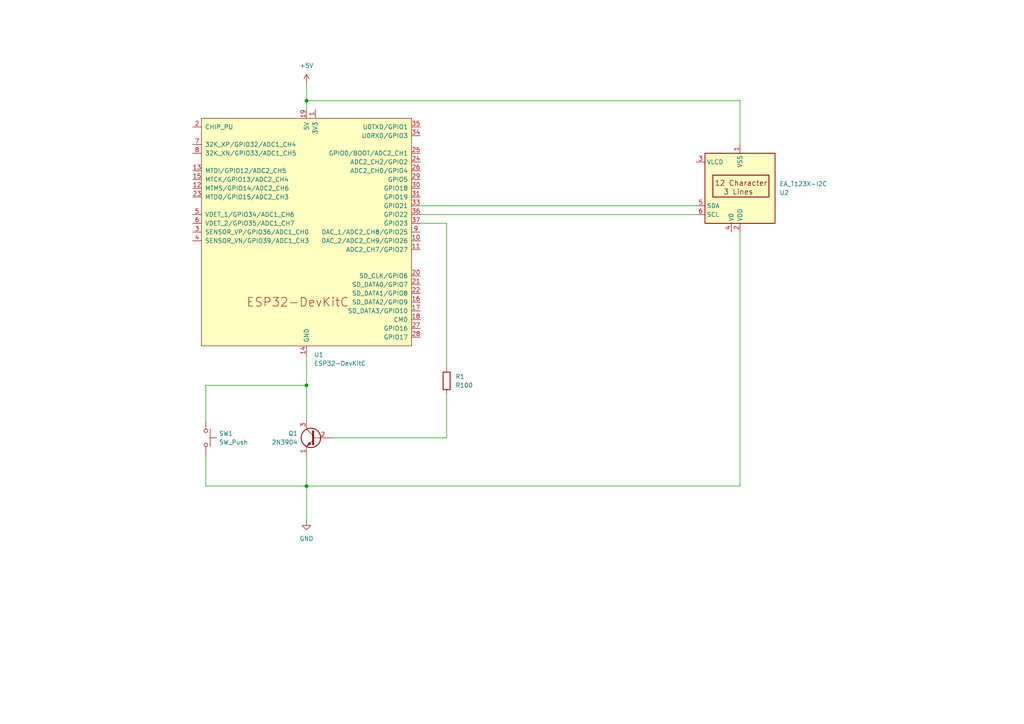
<source format=kicad_sch>
(kicad_sch (version 20230121) (generator eeschema)

  (uuid 92bbbe7a-be6f-48f4-89cc-8fd426219c16)

  (paper "A4")

  (title_block
    (title "WLTime PCB")
  )

  (lib_symbols
    (symbol "Device:R" (pin_numbers hide) (pin_names (offset 0)) (in_bom yes) (on_board yes)
      (property "Reference" "R" (at 2.032 0 90)
        (effects (font (size 1.27 1.27)))
      )
      (property "Value" "R" (at 0 0 90)
        (effects (font (size 1.27 1.27)))
      )
      (property "Footprint" "" (at -1.778 0 90)
        (effects (font (size 1.27 1.27)) hide)
      )
      (property "Datasheet" "~" (at 0 0 0)
        (effects (font (size 1.27 1.27)) hide)
      )
      (property "ki_keywords" "R res resistor" (at 0 0 0)
        (effects (font (size 1.27 1.27)) hide)
      )
      (property "ki_description" "Resistor" (at 0 0 0)
        (effects (font (size 1.27 1.27)) hide)
      )
      (property "ki_fp_filters" "R_*" (at 0 0 0)
        (effects (font (size 1.27 1.27)) hide)
      )
      (symbol "R_0_1"
        (rectangle (start -1.016 -2.54) (end 1.016 2.54)
          (stroke (width 0.254) (type default))
          (fill (type none))
        )
      )
      (symbol "R_1_1"
        (pin passive line (at 0 3.81 270) (length 1.27)
          (name "~" (effects (font (size 1.27 1.27))))
          (number "1" (effects (font (size 1.27 1.27))))
        )
        (pin passive line (at 0 -3.81 90) (length 1.27)
          (name "~" (effects (font (size 1.27 1.27))))
          (number "2" (effects (font (size 1.27 1.27))))
        )
      )
    )
    (symbol "Display_Character:EA_T123X-I2C" (in_bom yes) (on_board yes)
      (property "Reference" "U" (at -8.89 11.43 0)
        (effects (font (size 1.27 1.27)))
      )
      (property "Value" "EA_T123X-I2C" (at 3.556 11.684 0)
        (effects (font (size 1.27 1.27)) (justify left))
      )
      (property "Footprint" "Display:EA_T123X-I2C" (at 0 -15.24 0)
        (effects (font (size 1.27 1.27)) hide)
      )
      (property "Datasheet" "http://www.lcd-module.de/pdf/doma/t123-i2c.pdf" (at 0 -12.7 0)
        (effects (font (size 1.27 1.27)) hide)
      )
      (property "ki_keywords" "display LCD 7-segment" (at 0 0 0)
        (effects (font (size 1.27 1.27)) hide)
      )
      (property "ki_description" "3 Lines, 12 character alpha numeric LCD, transreflective STN and FSTN Gray, I2C, single or dual power" (at 0 0 0)
        (effects (font (size 1.27 1.27)) hide)
      )
      (property "ki_fp_filters" "EA?T123X?I2C*" (at 0 0 0)
        (effects (font (size 1.27 1.27)) hide)
      )
      (symbol "EA_T123X-I2C_0_0"
        (rectangle (start -7.874 2.54) (end 8.382 -3.81)
          (stroke (width 0.254) (type default))
          (fill (type none))
        )
        (text "12 Character" (at -7.366 -1.524 0)
          (effects (font (size 1.524 1.524)) (justify left))
        )
        (text "3 Lines" (at -4.826 1.016 0)
          (effects (font (size 1.524 1.524)) (justify left))
        )
      )
      (symbol "EA_T123X-I2C_0_1"
        (rectangle (start -10.16 10.16) (end 10.16 -10.16)
          (stroke (width 0.254) (type default))
          (fill (type background))
        )
      )
      (symbol "EA_T123X-I2C_1_1"
        (pin power_in line (at 0 -12.7 90) (length 2.54)
          (name "VSS" (effects (font (size 1.27 1.27))))
          (number "1" (effects (font (size 1.27 1.27))))
        )
        (pin power_in line (at 0 12.7 270) (length 2.54)
          (name "VDD" (effects (font (size 1.27 1.27))))
          (number "2" (effects (font (size 1.27 1.27))))
        )
        (pin input line (at -12.7 -7.62 0) (length 2.54)
          (name "VLCD" (effects (font (size 1.27 1.27))))
          (number "3" (effects (font (size 1.27 1.27))))
        )
        (pin power_in line (at -2.54 12.7 270) (length 2.54)
          (name "V0" (effects (font (size 1.27 1.27))))
          (number "4" (effects (font (size 1.27 1.27))))
        )
        (pin bidirectional line (at -12.7 5.08 0) (length 2.54)
          (name "SDA" (effects (font (size 1.27 1.27))))
          (number "5" (effects (font (size 1.27 1.27))))
        )
        (pin input line (at -12.7 7.62 0) (length 2.54)
          (name "SCL" (effects (font (size 1.27 1.27))))
          (number "6" (effects (font (size 1.27 1.27))))
        )
      )
    )
    (symbol "PCM_Espressif:ESP32-DevKitC" (pin_names (offset 1.016)) (in_bom yes) (on_board yes)
      (property "Reference" "U" (at -30.48 38.1 0)
        (effects (font (size 1.27 1.27)) (justify left))
      )
      (property "Value" "ESP32-DevKitC" (at -30.48 35.56 0)
        (effects (font (size 1.27 1.27)) (justify left))
      )
      (property "Footprint" "PCM_Espressif:ESP32-DevKitC" (at 0 -43.18 0)
        (effects (font (size 1.27 1.27)) hide)
      )
      (property "Datasheet" "https://docs.espressif.com/projects/esp-idf/zh_CN/latest/esp32/hw-reference/esp32/get-started-devkitc.html" (at 0 -45.72 0)
        (effects (font (size 1.27 1.27)) hide)
      )
      (property "ki_keywords" "ESP32" (at 0 0 0)
        (effects (font (size 1.27 1.27)) hide)
      )
      (property "ki_description" "Development Kit" (at 0 0 0)
        (effects (font (size 1.27 1.27)) hide)
      )
      (symbol "ESP32-DevKitC_0_0"
        (text "ESP32-DevKitC" (at -2.54 -20.32 0)
          (effects (font (size 2.54 2.54)))
        )
        (pin power_in line (at 0 -35.56 90) (length 2.54)
          (name "GND" (effects (font (size 1.27 1.27))))
          (number "14" (effects (font (size 1.27 1.27))))
        )
        (pin power_in line (at 0 35.56 270) (length 2.54)
          (name "5V" (effects (font (size 1.27 1.27))))
          (number "19" (effects (font (size 1.27 1.27))))
        )
      )
      (symbol "ESP32-DevKitC_0_1"
        (rectangle (start -30.48 33.02) (end 30.48 -33.02)
          (stroke (width 0) (type default))
          (fill (type background))
        )
      )
      (symbol "ESP32-DevKitC_1_1"
        (pin power_in line (at 2.54 35.56 270) (length 2.54)
          (name "3V3" (effects (font (size 1.27 1.27))))
          (number "1" (effects (font (size 1.27 1.27))))
        )
        (pin bidirectional line (at 33.02 -2.54 180) (length 2.54)
          (name "DAC_2/ADC2_CH9/GPIO26" (effects (font (size 1.27 1.27))))
          (number "10" (effects (font (size 1.27 1.27))))
        )
        (pin bidirectional line (at 33.02 -5.08 180) (length 2.54)
          (name "ADC2_CH7/GPIO27" (effects (font (size 1.27 1.27))))
          (number "11" (effects (font (size 1.27 1.27))))
        )
        (pin bidirectional line (at -33.02 12.7 0) (length 2.54)
          (name "MTMS/GPIO14/ADC2_CH6" (effects (font (size 1.27 1.27))))
          (number "12" (effects (font (size 1.27 1.27))))
        )
        (pin bidirectional line (at -33.02 17.78 0) (length 2.54)
          (name "MTDI/GPIO12/ADC2_CH5" (effects (font (size 1.27 1.27))))
          (number "13" (effects (font (size 1.27 1.27))))
        )
        (pin bidirectional line (at -33.02 15.24 0) (length 2.54)
          (name "MTCK/GPIO13/ADC2_CH4" (effects (font (size 1.27 1.27))))
          (number "15" (effects (font (size 1.27 1.27))))
        )
        (pin bidirectional line (at 33.02 -20.32 180) (length 2.54)
          (name "SD_DATA2/GPIO9" (effects (font (size 1.27 1.27))))
          (number "16" (effects (font (size 1.27 1.27))))
        )
        (pin bidirectional line (at 33.02 -22.86 180) (length 2.54)
          (name "SD_DATA3/GPIO10" (effects (font (size 1.27 1.27))))
          (number "17" (effects (font (size 1.27 1.27))))
        )
        (pin bidirectional line (at 33.02 -25.4 180) (length 2.54)
          (name "CMD" (effects (font (size 1.27 1.27))))
          (number "18" (effects (font (size 1.27 1.27))))
        )
        (pin input line (at -33.02 30.48 0) (length 2.54)
          (name "CHIP_PU" (effects (font (size 1.27 1.27))))
          (number "2" (effects (font (size 1.27 1.27))))
        )
        (pin bidirectional line (at 33.02 -12.7 180) (length 2.54)
          (name "SD_CLK/GPIO6" (effects (font (size 1.27 1.27))))
          (number "20" (effects (font (size 1.27 1.27))))
        )
        (pin bidirectional line (at 33.02 -15.24 180) (length 2.54)
          (name "SD_DATA0/GPIO7" (effects (font (size 1.27 1.27))))
          (number "21" (effects (font (size 1.27 1.27))))
        )
        (pin bidirectional line (at 33.02 -17.78 180) (length 2.54)
          (name "SD_DATA1/GPIO8" (effects (font (size 1.27 1.27))))
          (number "22" (effects (font (size 1.27 1.27))))
        )
        (pin bidirectional line (at -33.02 10.16 0) (length 2.54)
          (name "MTDO/GPIO15/ADC2_CH3" (effects (font (size 1.27 1.27))))
          (number "23" (effects (font (size 1.27 1.27))))
        )
        (pin bidirectional line (at 33.02 20.32 180) (length 2.54)
          (name "ADC2_CH2/GPIO2" (effects (font (size 1.27 1.27))))
          (number "24" (effects (font (size 1.27 1.27))))
        )
        (pin bidirectional line (at 33.02 22.86 180) (length 2.54)
          (name "GPIO0/BOOT/ADC2_CH1" (effects (font (size 1.27 1.27))))
          (number "25" (effects (font (size 1.27 1.27))))
        )
        (pin bidirectional line (at 33.02 17.78 180) (length 2.54)
          (name "ADC2_CH0/GPIO4" (effects (font (size 1.27 1.27))))
          (number "26" (effects (font (size 1.27 1.27))))
        )
        (pin bidirectional line (at 33.02 -27.94 180) (length 2.54)
          (name "GPIO16" (effects (font (size 1.27 1.27))))
          (number "27" (effects (font (size 1.27 1.27))))
        )
        (pin bidirectional line (at 33.02 -30.48 180) (length 2.54)
          (name "GPIO17" (effects (font (size 1.27 1.27))))
          (number "28" (effects (font (size 1.27 1.27))))
        )
        (pin bidirectional line (at 33.02 15.24 180) (length 2.54)
          (name "GPIO5" (effects (font (size 1.27 1.27))))
          (number "29" (effects (font (size 1.27 1.27))))
        )
        (pin input line (at -33.02 0 0) (length 2.54)
          (name "SENSOR_VP/GPIO36/ADC1_CH0" (effects (font (size 1.27 1.27))))
          (number "3" (effects (font (size 1.27 1.27))))
        )
        (pin bidirectional line (at 33.02 12.7 180) (length 2.54)
          (name "GPIO18" (effects (font (size 1.27 1.27))))
          (number "30" (effects (font (size 1.27 1.27))))
        )
        (pin bidirectional line (at 33.02 10.16 180) (length 2.54)
          (name "GPIO19" (effects (font (size 1.27 1.27))))
          (number "31" (effects (font (size 1.27 1.27))))
        )
        (pin passive line (at 0 -35.56 90) (length 2.54) hide
          (name "GND" (effects (font (size 1.27 1.27))))
          (number "32" (effects (font (size 1.27 1.27))))
        )
        (pin bidirectional line (at 33.02 7.62 180) (length 2.54)
          (name "GPIO21" (effects (font (size 1.27 1.27))))
          (number "33" (effects (font (size 1.27 1.27))))
        )
        (pin bidirectional line (at 33.02 27.94 180) (length 2.54)
          (name "U0RXD/GPIO3" (effects (font (size 1.27 1.27))))
          (number "34" (effects (font (size 1.27 1.27))))
        )
        (pin bidirectional line (at 33.02 30.48 180) (length 2.54)
          (name "U0TXD/GPIO1" (effects (font (size 1.27 1.27))))
          (number "35" (effects (font (size 1.27 1.27))))
        )
        (pin bidirectional line (at 33.02 5.08 180) (length 2.54)
          (name "GPIO22" (effects (font (size 1.27 1.27))))
          (number "36" (effects (font (size 1.27 1.27))))
        )
        (pin bidirectional line (at 33.02 2.54 180) (length 2.54)
          (name "GPIO23" (effects (font (size 1.27 1.27))))
          (number "37" (effects (font (size 1.27 1.27))))
        )
        (pin passive line (at 0 -35.56 90) (length 2.54) hide
          (name "GND" (effects (font (size 1.27 1.27))))
          (number "38" (effects (font (size 1.27 1.27))))
        )
        (pin input line (at -33.02 -2.54 0) (length 2.54)
          (name "SENSOR_VN/GPIO39/ADC1_CH3" (effects (font (size 1.27 1.27))))
          (number "4" (effects (font (size 1.27 1.27))))
        )
        (pin input line (at -33.02 5.08 0) (length 2.54)
          (name "VDET_1/GPIO34/ADC1_CH6" (effects (font (size 1.27 1.27))))
          (number "5" (effects (font (size 1.27 1.27))))
        )
        (pin input line (at -33.02 2.54 0) (length 2.54)
          (name "VDET_2/GPIO35/ADC1_CH7" (effects (font (size 1.27 1.27))))
          (number "6" (effects (font (size 1.27 1.27))))
        )
        (pin bidirectional line (at -33.02 25.4 0) (length 2.54)
          (name "32K_XP/GPIO32/ADC1_CH4" (effects (font (size 1.27 1.27))))
          (number "7" (effects (font (size 1.27 1.27))))
        )
        (pin bidirectional line (at -33.02 22.86 0) (length 2.54)
          (name "32K_XN/GPIO33/ADC1_CH5" (effects (font (size 1.27 1.27))))
          (number "8" (effects (font (size 1.27 1.27))))
        )
        (pin bidirectional line (at 33.02 0 180) (length 2.54)
          (name "DAC_1/ADC2_CH8/GPIO25" (effects (font (size 1.27 1.27))))
          (number "9" (effects (font (size 1.27 1.27))))
        )
      )
    )
    (symbol "Switch:SW_Push" (pin_numbers hide) (pin_names (offset 1.016) hide) (in_bom yes) (on_board yes)
      (property "Reference" "SW" (at 1.27 2.54 0)
        (effects (font (size 1.27 1.27)) (justify left))
      )
      (property "Value" "SW_Push" (at 0 -1.524 0)
        (effects (font (size 1.27 1.27)))
      )
      (property "Footprint" "" (at 0 5.08 0)
        (effects (font (size 1.27 1.27)) hide)
      )
      (property "Datasheet" "~" (at 0 5.08 0)
        (effects (font (size 1.27 1.27)) hide)
      )
      (property "ki_keywords" "switch normally-open pushbutton push-button" (at 0 0 0)
        (effects (font (size 1.27 1.27)) hide)
      )
      (property "ki_description" "Push button switch, generic, two pins" (at 0 0 0)
        (effects (font (size 1.27 1.27)) hide)
      )
      (symbol "SW_Push_0_1"
        (circle (center -2.032 0) (radius 0.508)
          (stroke (width 0) (type default))
          (fill (type none))
        )
        (polyline
          (pts
            (xy 0 1.27)
            (xy 0 3.048)
          )
          (stroke (width 0) (type default))
          (fill (type none))
        )
        (polyline
          (pts
            (xy 2.54 1.27)
            (xy -2.54 1.27)
          )
          (stroke (width 0) (type default))
          (fill (type none))
        )
        (circle (center 2.032 0) (radius 0.508)
          (stroke (width 0) (type default))
          (fill (type none))
        )
        (pin passive line (at -5.08 0 0) (length 2.54)
          (name "1" (effects (font (size 1.27 1.27))))
          (number "1" (effects (font (size 1.27 1.27))))
        )
        (pin passive line (at 5.08 0 180) (length 2.54)
          (name "2" (effects (font (size 1.27 1.27))))
          (number "2" (effects (font (size 1.27 1.27))))
        )
      )
    )
    (symbol "Transistor_BJT:2N3904" (pin_names (offset 0) hide) (in_bom yes) (on_board yes)
      (property "Reference" "Q" (at 5.08 1.905 0)
        (effects (font (size 1.27 1.27)) (justify left))
      )
      (property "Value" "2N3904" (at 5.08 0 0)
        (effects (font (size 1.27 1.27)) (justify left))
      )
      (property "Footprint" "Package_TO_SOT_THT:TO-92_Inline" (at 5.08 -1.905 0)
        (effects (font (size 1.27 1.27) italic) (justify left) hide)
      )
      (property "Datasheet" "https://www.onsemi.com/pub/Collateral/2N3903-D.PDF" (at 0 0 0)
        (effects (font (size 1.27 1.27)) (justify left) hide)
      )
      (property "ki_keywords" "NPN Transistor" (at 0 0 0)
        (effects (font (size 1.27 1.27)) hide)
      )
      (property "ki_description" "0.2A Ic, 40V Vce, Small Signal NPN Transistor, TO-92" (at 0 0 0)
        (effects (font (size 1.27 1.27)) hide)
      )
      (property "ki_fp_filters" "TO?92*" (at 0 0 0)
        (effects (font (size 1.27 1.27)) hide)
      )
      (symbol "2N3904_0_1"
        (polyline
          (pts
            (xy 0.635 0.635)
            (xy 2.54 2.54)
          )
          (stroke (width 0) (type default))
          (fill (type none))
        )
        (polyline
          (pts
            (xy 0.635 -0.635)
            (xy 2.54 -2.54)
            (xy 2.54 -2.54)
          )
          (stroke (width 0) (type default))
          (fill (type none))
        )
        (polyline
          (pts
            (xy 0.635 1.905)
            (xy 0.635 -1.905)
            (xy 0.635 -1.905)
          )
          (stroke (width 0.508) (type default))
          (fill (type none))
        )
        (polyline
          (pts
            (xy 1.27 -1.778)
            (xy 1.778 -1.27)
            (xy 2.286 -2.286)
            (xy 1.27 -1.778)
            (xy 1.27 -1.778)
          )
          (stroke (width 0) (type default))
          (fill (type outline))
        )
        (circle (center 1.27 0) (radius 2.8194)
          (stroke (width 0.254) (type default))
          (fill (type none))
        )
      )
      (symbol "2N3904_1_1"
        (pin passive line (at 2.54 -5.08 90) (length 2.54)
          (name "E" (effects (font (size 1.27 1.27))))
          (number "1" (effects (font (size 1.27 1.27))))
        )
        (pin passive line (at -5.08 0 0) (length 5.715)
          (name "B" (effects (font (size 1.27 1.27))))
          (number "2" (effects (font (size 1.27 1.27))))
        )
        (pin passive line (at 2.54 5.08 270) (length 2.54)
          (name "C" (effects (font (size 1.27 1.27))))
          (number "3" (effects (font (size 1.27 1.27))))
        )
      )
    )
    (symbol "power:+5V" (power) (pin_names (offset 0)) (in_bom yes) (on_board yes)
      (property "Reference" "#PWR" (at 0 -3.81 0)
        (effects (font (size 1.27 1.27)) hide)
      )
      (property "Value" "+5V" (at 0 3.556 0)
        (effects (font (size 1.27 1.27)))
      )
      (property "Footprint" "" (at 0 0 0)
        (effects (font (size 1.27 1.27)) hide)
      )
      (property "Datasheet" "" (at 0 0 0)
        (effects (font (size 1.27 1.27)) hide)
      )
      (property "ki_keywords" "global power" (at 0 0 0)
        (effects (font (size 1.27 1.27)) hide)
      )
      (property "ki_description" "Power symbol creates a global label with name \"+5V\"" (at 0 0 0)
        (effects (font (size 1.27 1.27)) hide)
      )
      (symbol "+5V_0_1"
        (polyline
          (pts
            (xy -0.762 1.27)
            (xy 0 2.54)
          )
          (stroke (width 0) (type default))
          (fill (type none))
        )
        (polyline
          (pts
            (xy 0 0)
            (xy 0 2.54)
          )
          (stroke (width 0) (type default))
          (fill (type none))
        )
        (polyline
          (pts
            (xy 0 2.54)
            (xy 0.762 1.27)
          )
          (stroke (width 0) (type default))
          (fill (type none))
        )
      )
      (symbol "+5V_1_1"
        (pin power_in line (at 0 0 90) (length 0) hide
          (name "+5V" (effects (font (size 1.27 1.27))))
          (number "1" (effects (font (size 1.27 1.27))))
        )
      )
    )
    (symbol "power:GND" (power) (pin_names (offset 0)) (in_bom yes) (on_board yes)
      (property "Reference" "#PWR" (at 0 -6.35 0)
        (effects (font (size 1.27 1.27)) hide)
      )
      (property "Value" "GND" (at 0 -3.81 0)
        (effects (font (size 1.27 1.27)))
      )
      (property "Footprint" "" (at 0 0 0)
        (effects (font (size 1.27 1.27)) hide)
      )
      (property "Datasheet" "" (at 0 0 0)
        (effects (font (size 1.27 1.27)) hide)
      )
      (property "ki_keywords" "global power" (at 0 0 0)
        (effects (font (size 1.27 1.27)) hide)
      )
      (property "ki_description" "Power symbol creates a global label with name \"GND\" , ground" (at 0 0 0)
        (effects (font (size 1.27 1.27)) hide)
      )
      (symbol "GND_0_1"
        (polyline
          (pts
            (xy 0 0)
            (xy 0 -1.27)
            (xy 1.27 -1.27)
            (xy 0 -2.54)
            (xy -1.27 -1.27)
            (xy 0 -1.27)
          )
          (stroke (width 0) (type default))
          (fill (type none))
        )
      )
      (symbol "GND_1_1"
        (pin power_in line (at 0 0 270) (length 0) hide
          (name "GND" (effects (font (size 1.27 1.27))))
          (number "1" (effects (font (size 1.27 1.27))))
        )
      )
    )
  )

  (junction (at 88.9 111.76) (diameter 0) (color 0 0 0 0)
    (uuid 56f15846-3670-45b1-aed8-baea64fc14c5)
  )
  (junction (at 88.9 29.21) (diameter 0) (color 0 0 0 0)
    (uuid 719cedfc-83c8-4d32-b308-714873992ba7)
  )
  (junction (at 88.9 140.97) (diameter 0) (color 0 0 0 0)
    (uuid edb03432-d5d8-4f04-89e4-0bf76cbaf78d)
  )

  (wire (pts (xy 88.9 102.87) (xy 88.9 111.76))
    (stroke (width 0) (type default))
    (uuid 0033cd2e-fe7c-4833-ab1a-a9d8b8d07378)
  )
  (wire (pts (xy 59.69 140.97) (xy 88.9 140.97))
    (stroke (width 0) (type default))
    (uuid 01bdfa8c-36f8-4b57-beba-43b461f72311)
  )
  (wire (pts (xy 121.92 64.77) (xy 129.54 64.77))
    (stroke (width 0) (type default))
    (uuid 02e9ce95-fa9a-4178-a53d-8b795a896bb1)
  )
  (wire (pts (xy 88.9 132.08) (xy 88.9 140.97))
    (stroke (width 0) (type default))
    (uuid 07397360-d99f-4c93-baa1-83d5e0da2e7b)
  )
  (wire (pts (xy 129.54 127) (xy 96.52 127))
    (stroke (width 0) (type default))
    (uuid 0bd45257-bdca-47e9-a2bb-bc71b06d7daf)
  )
  (wire (pts (xy 121.92 62.23) (xy 201.93 62.23))
    (stroke (width 0) (type default))
    (uuid 2242f5d3-d2ba-4c71-8a13-f95845dc0994)
  )
  (wire (pts (xy 59.69 121.92) (xy 59.69 111.76))
    (stroke (width 0) (type default))
    (uuid 2a5bf109-46f6-418e-9876-db1648e499b9)
  )
  (wire (pts (xy 88.9 111.76) (xy 88.9 121.92))
    (stroke (width 0) (type default))
    (uuid 82de7321-9110-4ed4-b895-9973ecd24e6d)
  )
  (wire (pts (xy 88.9 24.13) (xy 88.9 29.21))
    (stroke (width 0) (type default))
    (uuid 929746ca-c6ea-4e96-a4e9-2e73615d70d4)
  )
  (wire (pts (xy 214.63 29.21) (xy 214.63 41.91))
    (stroke (width 0) (type default))
    (uuid 9c714bbd-3dc7-4784-928c-b98176a02bce)
  )
  (wire (pts (xy 88.9 140.97) (xy 88.9 151.13))
    (stroke (width 0) (type default))
    (uuid 9ceee6be-fdbd-4868-aa6e-d9a846dbac38)
  )
  (wire (pts (xy 129.54 114.3) (xy 129.54 127))
    (stroke (width 0) (type default))
    (uuid a11b8b4e-3494-4914-89df-51e6609a0aea)
  )
  (wire (pts (xy 129.54 64.77) (xy 129.54 106.68))
    (stroke (width 0) (type default))
    (uuid b5c0995d-0a1e-4c91-a7e9-3e62dacd6ffd)
  )
  (wire (pts (xy 214.63 67.31) (xy 214.63 140.97))
    (stroke (width 0) (type default))
    (uuid b9d0b39f-3aee-4680-9710-d39464c48da5)
  )
  (wire (pts (xy 59.69 132.08) (xy 59.69 140.97))
    (stroke (width 0) (type default))
    (uuid d69da362-b0a5-458a-918b-d361a118a8f0)
  )
  (wire (pts (xy 88.9 29.21) (xy 214.63 29.21))
    (stroke (width 0) (type default))
    (uuid dcb835f7-e7f3-49d1-82bc-5d905a5dfbaf)
  )
  (wire (pts (xy 59.69 111.76) (xy 88.9 111.76))
    (stroke (width 0) (type default))
    (uuid df7aa387-a1dc-480b-902d-b037a2142d60)
  )
  (wire (pts (xy 214.63 140.97) (xy 88.9 140.97))
    (stroke (width 0) (type default))
    (uuid dff28d25-6564-4164-b056-62dfa7c7a94a)
  )
  (wire (pts (xy 121.92 59.69) (xy 201.93 59.69))
    (stroke (width 0) (type default))
    (uuid eb380e96-e202-464d-a853-5496d8e2434c)
  )
  (wire (pts (xy 88.9 29.21) (xy 88.9 31.75))
    (stroke (width 0) (type default))
    (uuid f3ff0849-65cf-47e2-8ffa-869b8473a6c0)
  )

  (symbol (lib_id "Switch:SW_Push") (at 59.69 127 270) (unit 1)
    (in_bom yes) (on_board yes) (dnp no) (fields_autoplaced)
    (uuid 1b0464ed-0628-4f9a-9edd-a650f0c7258d)
    (property "Reference" "SW1" (at 63.5 125.73 90)
      (effects (font (size 1.27 1.27)) (justify left))
    )
    (property "Value" "SW_Push" (at 63.5 128.27 90)
      (effects (font (size 1.27 1.27)) (justify left))
    )
    (property "Footprint" "" (at 64.77 127 0)
      (effects (font (size 1.27 1.27)) hide)
    )
    (property "Datasheet" "~" (at 64.77 127 0)
      (effects (font (size 1.27 1.27)) hide)
    )
    (pin "1" (uuid e8409dd2-2816-42e6-a035-68eef5b7ed89))
    (pin "2" (uuid 711a8c81-d8da-4231-9744-50e3676dd5a3))
    (instances
      (project "board"
        (path "/92bbbe7a-be6f-48f4-89cc-8fd426219c16"
          (reference "SW1") (unit 1)
        )
      )
    )
  )

  (symbol (lib_id "PCM_Espressif:ESP32-DevKitC") (at 88.9 67.31 0) (unit 1)
    (in_bom yes) (on_board yes) (dnp no) (fields_autoplaced)
    (uuid 1b3d9bf3-2f36-4918-bfbf-4966a7ec16a1)
    (property "Reference" "U1" (at 91.0941 102.87 0)
      (effects (font (size 1.27 1.27)) (justify left))
    )
    (property "Value" "ESP32-DevKitC" (at 91.0941 105.41 0)
      (effects (font (size 1.27 1.27)) (justify left))
    )
    (property "Footprint" "PCM_Espressif:ESP32-DevKitC" (at 88.9 110.49 0)
      (effects (font (size 1.27 1.27)) hide)
    )
    (property "Datasheet" "https://docs.espressif.com/projects/esp-idf/zh_CN/latest/esp32/hw-reference/esp32/get-started-devkitc.html" (at 88.9 113.03 0)
      (effects (font (size 1.27 1.27)) hide)
    )
    (pin "14" (uuid 516a377e-ced9-4a72-aaeb-97fa50e85cf7))
    (pin "19" (uuid 09fdc2db-0a26-4bfc-a085-daaf83ae5eae))
    (pin "1" (uuid 8e191e58-41d4-4078-a02c-9b3d1e04431a))
    (pin "10" (uuid 03d29596-079e-4347-a398-c860da90da27))
    (pin "11" (uuid 7a3f24c3-ddef-4360-b661-d986cb675b49))
    (pin "12" (uuid cd4a0ba1-fd63-4742-a356-13499f554e76))
    (pin "13" (uuid 0a8e42dc-4581-4112-a87b-b65ddae2076c))
    (pin "15" (uuid 3dad747c-b82b-4460-a840-680922fb4827))
    (pin "16" (uuid c2e338b5-9ce6-45ef-bc6b-8789742ccf32))
    (pin "17" (uuid 54f6fe31-1957-45fa-b3e4-2840346569eb))
    (pin "18" (uuid 18d981ce-0e28-4f45-b8a1-825c95fed103))
    (pin "2" (uuid 69eacda4-86f7-49e3-b614-61c5a90a6005))
    (pin "20" (uuid da10b7d8-1936-4f9b-be11-a4b5e6d32cbb))
    (pin "21" (uuid b400a291-5247-4bdc-876a-241c3fca766c))
    (pin "22" (uuid fbbb6ca9-bf00-4149-8f2d-6de627cf80d1))
    (pin "23" (uuid 1c53838f-8ad3-48b2-93df-bb0f9f365356))
    (pin "24" (uuid fa68f2e8-16ee-4f87-820c-7f6aeca0c928))
    (pin "25" (uuid 7bdff71a-aa88-4b72-8d9a-2b6c07350012))
    (pin "26" (uuid a1ae6a38-40c6-4248-b095-10ffd88ed97f))
    (pin "27" (uuid 2ad21053-c0d9-42f3-a9a1-eb6656f1718b))
    (pin "28" (uuid 4cec988a-4681-4e64-8a36-14803a03a9d9))
    (pin "29" (uuid 41b2f53e-2e33-4ee3-9dda-51c4069a67ae))
    (pin "3" (uuid 404f8caf-f8d1-4f8d-a6f5-492efa6bfa0b))
    (pin "30" (uuid 4bce0bbd-8044-491f-b5b3-4e44d147ef68))
    (pin "31" (uuid ef85bdee-360f-4798-a643-cb90bbe790dc))
    (pin "32" (uuid f791c0ed-7e4c-4929-8599-b7de8e114a7b))
    (pin "33" (uuid 9b82edb5-f2d0-438a-a56f-dfc560f2d2fe))
    (pin "34" (uuid 5e444d37-02bd-4fca-827e-6881b31f12a6))
    (pin "35" (uuid 0fce4362-c8cd-4fd5-b39b-748e21391af9))
    (pin "36" (uuid 69e8d8a5-638a-46cf-8f54-00bc7ca53a22))
    (pin "37" (uuid 2155f23d-abec-4103-84d9-6a12229d1c7d))
    (pin "38" (uuid 5ae34530-a860-4fc3-b72c-20ec98d3d4ce))
    (pin "4" (uuid 0629c190-c33b-4048-9cda-3057d241c710))
    (pin "5" (uuid 68765664-c92c-484b-9696-f8d3bde3fc62))
    (pin "6" (uuid 513a88cd-56be-4bd6-9c84-ca1d8762d9d0))
    (pin "7" (uuid 6a528b00-acaa-467f-b37e-58211b710443))
    (pin "8" (uuid c57124e5-43a5-48b8-95ac-328649660e2a))
    (pin "9" (uuid 24e04510-4e80-42d7-8627-3ac438fba10e))
    (instances
      (project "board"
        (path "/92bbbe7a-be6f-48f4-89cc-8fd426219c16"
          (reference "U1") (unit 1)
        )
      )
    )
  )

  (symbol (lib_id "power:GND") (at 88.9 151.13 0) (unit 1)
    (in_bom yes) (on_board yes) (dnp no) (fields_autoplaced)
    (uuid 572e5e27-7702-4dab-be01-6a25d3113571)
    (property "Reference" "#PWR02" (at 88.9 157.48 0)
      (effects (font (size 1.27 1.27)) hide)
    )
    (property "Value" "GND" (at 88.9 156.21 0)
      (effects (font (size 1.27 1.27)))
    )
    (property "Footprint" "" (at 88.9 151.13 0)
      (effects (font (size 1.27 1.27)) hide)
    )
    (property "Datasheet" "" (at 88.9 151.13 0)
      (effects (font (size 1.27 1.27)) hide)
    )
    (pin "1" (uuid 33244829-43fe-444e-8fa2-1add4b193739))
    (instances
      (project "board"
        (path "/92bbbe7a-be6f-48f4-89cc-8fd426219c16"
          (reference "#PWR02") (unit 1)
        )
      )
    )
  )

  (symbol (lib_id "Display_Character:EA_T123X-I2C") (at 214.63 54.61 0) (mirror x) (unit 1)
    (in_bom yes) (on_board yes) (dnp no)
    (uuid 61fa68fe-9cae-4d47-ad29-b77f13c15a57)
    (property "Reference" "U2" (at 226.06 55.88 0)
      (effects (font (size 1.27 1.27)) (justify left))
    )
    (property "Value" "EA_T123X-I2C" (at 226.06 53.34 0)
      (effects (font (size 1.27 1.27)) (justify left))
    )
    (property "Footprint" "Display:EA_T123X-I2C" (at 214.63 39.37 0)
      (effects (font (size 1.27 1.27)) hide)
    )
    (property "Datasheet" "http://www.lcd-module.de/pdf/doma/t123-i2c.pdf" (at 214.63 41.91 0)
      (effects (font (size 1.27 1.27)) hide)
    )
    (pin "1" (uuid 756bac00-1cba-4e82-ac5c-a9841c53ef97))
    (pin "2" (uuid dd8df2eb-88d1-4bb6-83ae-b01697a31d57))
    (pin "3" (uuid ab63a42d-50c5-42f5-b567-6977864900ca))
    (pin "4" (uuid 37e2c656-e715-4ad0-b752-7505590481f5))
    (pin "5" (uuid a6906414-5cd2-4e6a-acee-36f6cd40889e))
    (pin "6" (uuid 80c0d4c8-56fc-4482-9f9c-b2d3627425a2))
    (instances
      (project "board"
        (path "/92bbbe7a-be6f-48f4-89cc-8fd426219c16"
          (reference "U2") (unit 1)
        )
      )
    )
  )

  (symbol (lib_id "Transistor_BJT:2N3904") (at 91.44 127 0) (mirror y) (unit 1)
    (in_bom yes) (on_board yes) (dnp no)
    (uuid 8df44d7e-453c-4184-a3cf-d1f2371565ed)
    (property "Reference" "Q1" (at 86.36 125.73 0)
      (effects (font (size 1.27 1.27)) (justify left))
    )
    (property "Value" "2N3904" (at 86.36 128.27 0)
      (effects (font (size 1.27 1.27)) (justify left))
    )
    (property "Footprint" "Package_TO_SOT_THT:TO-92_Inline" (at 86.36 128.905 0)
      (effects (font (size 1.27 1.27) italic) (justify left) hide)
    )
    (property "Datasheet" "https://www.onsemi.com/pub/Collateral/2N3903-D.PDF" (at 91.44 127 0)
      (effects (font (size 1.27 1.27)) (justify left) hide)
    )
    (pin "1" (uuid 3463c71f-4dc1-4f35-84b0-a02e65523e04))
    (pin "2" (uuid b9f4b473-bd93-423f-a95c-e6efe1cd7af3))
    (pin "3" (uuid afd6ed31-2aa4-405d-a1fe-916c97955a61))
    (instances
      (project "board"
        (path "/92bbbe7a-be6f-48f4-89cc-8fd426219c16"
          (reference "Q1") (unit 1)
        )
      )
    )
  )

  (symbol (lib_id "Device:R") (at 129.54 110.49 180) (unit 1)
    (in_bom yes) (on_board yes) (dnp no) (fields_autoplaced)
    (uuid cdf57914-c4dc-409c-8eb5-f65fcdae5e7f)
    (property "Reference" "R1" (at 132.08 109.22 0)
      (effects (font (size 1.27 1.27)) (justify right))
    )
    (property "Value" "R100" (at 132.08 111.76 0)
      (effects (font (size 1.27 1.27)) (justify right))
    )
    (property "Footprint" "" (at 131.318 110.49 90)
      (effects (font (size 1.27 1.27)) hide)
    )
    (property "Datasheet" "~" (at 129.54 110.49 0)
      (effects (font (size 1.27 1.27)) hide)
    )
    (pin "1" (uuid 22057b58-ca82-4696-a2fb-224f9bd4cb5d))
    (pin "2" (uuid a1fad534-7714-41ea-887c-091a057a0c6d))
    (instances
      (project "board"
        (path "/92bbbe7a-be6f-48f4-89cc-8fd426219c16"
          (reference "R1") (unit 1)
        )
      )
    )
  )

  (symbol (lib_id "power:+5V") (at 88.9 24.13 0) (unit 1)
    (in_bom yes) (on_board yes) (dnp no) (fields_autoplaced)
    (uuid daf53e92-f844-4f61-94ce-dfa21e71b967)
    (property "Reference" "#PWR01" (at 88.9 27.94 0)
      (effects (font (size 1.27 1.27)) hide)
    )
    (property "Value" "+5V" (at 88.9 19.05 0)
      (effects (font (size 1.27 1.27)))
    )
    (property "Footprint" "" (at 88.9 24.13 0)
      (effects (font (size 1.27 1.27)) hide)
    )
    (property "Datasheet" "" (at 88.9 24.13 0)
      (effects (font (size 1.27 1.27)) hide)
    )
    (pin "1" (uuid 0a8cbccd-3890-4afb-9f13-1162564a1dea))
    (instances
      (project "board"
        (path "/92bbbe7a-be6f-48f4-89cc-8fd426219c16"
          (reference "#PWR01") (unit 1)
        )
      )
    )
  )

  (sheet_instances
    (path "/" (page "1"))
  )
)

</source>
